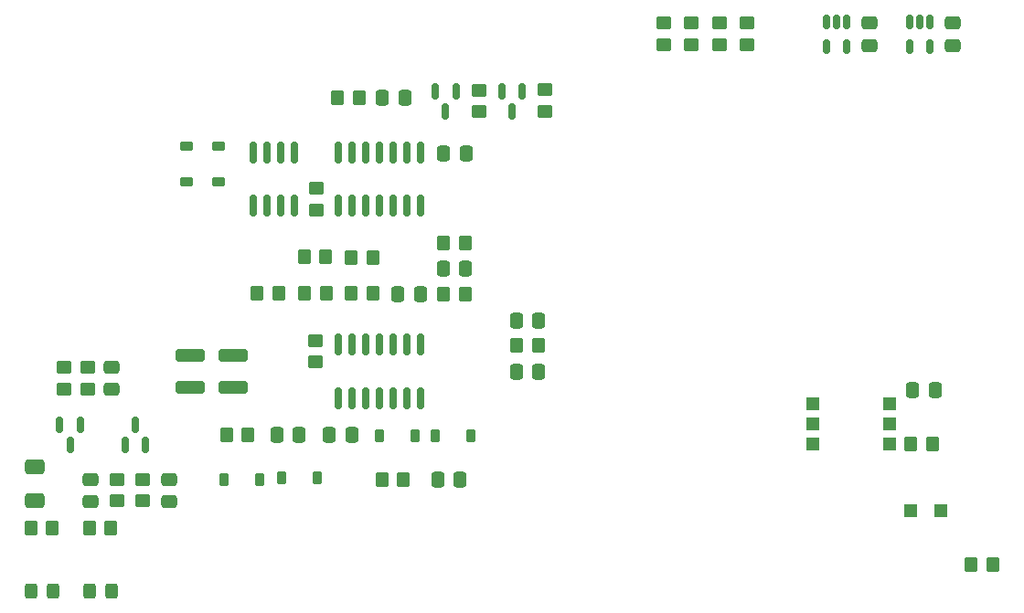
<source format=gbr>
%TF.GenerationSoftware,KiCad,Pcbnew,8.0.4*%
%TF.CreationDate,2024-10-06T11:56:08+02:00*%
%TF.ProjectId,ProbeBoardPublicV5,50726f62-6542-46f6-9172-645075626c69,5.1*%
%TF.SameCoordinates,Original*%
%TF.FileFunction,Paste,Top*%
%TF.FilePolarity,Positive*%
%FSLAX46Y46*%
G04 Gerber Fmt 4.6, Leading zero omitted, Abs format (unit mm)*
G04 Created by KiCad (PCBNEW 8.0.4) date 2024-10-06 11:56:08*
%MOMM*%
%LPD*%
G01*
G04 APERTURE LIST*
G04 Aperture macros list*
%AMRoundRect*
0 Rectangle with rounded corners*
0 $1 Rounding radius*
0 $2 $3 $4 $5 $6 $7 $8 $9 X,Y pos of 4 corners*
0 Add a 4 corners polygon primitive as box body*
4,1,4,$2,$3,$4,$5,$6,$7,$8,$9,$2,$3,0*
0 Add four circle primitives for the rounded corners*
1,1,$1+$1,$2,$3*
1,1,$1+$1,$4,$5*
1,1,$1+$1,$6,$7*
1,1,$1+$1,$8,$9*
0 Add four rect primitives between the rounded corners*
20,1,$1+$1,$2,$3,$4,$5,0*
20,1,$1+$1,$4,$5,$6,$7,0*
20,1,$1+$1,$6,$7,$8,$9,0*
20,1,$1+$1,$8,$9,$2,$3,0*%
G04 Aperture macros list end*
%ADD10RoundRect,0.250000X0.337500X0.475000X-0.337500X0.475000X-0.337500X-0.475000X0.337500X-0.475000X0*%
%ADD11RoundRect,0.150000X0.150000X-0.825000X0.150000X0.825000X-0.150000X0.825000X-0.150000X-0.825000X0*%
%ADD12RoundRect,0.250000X-0.350000X-0.450000X0.350000X-0.450000X0.350000X0.450000X-0.350000X0.450000X0*%
%ADD13RoundRect,0.150000X-0.150000X0.587500X-0.150000X-0.587500X0.150000X-0.587500X0.150000X0.587500X0*%
%ADD14RoundRect,0.250000X0.350000X0.450000X-0.350000X0.450000X-0.350000X-0.450000X0.350000X-0.450000X0*%
%ADD15RoundRect,0.250000X-0.337500X-0.475000X0.337500X-0.475000X0.337500X0.475000X-0.337500X0.475000X0*%
%ADD16RoundRect,0.250000X-0.450000X0.350000X-0.450000X-0.350000X0.450000X-0.350000X0.450000X0.350000X0*%
%ADD17RoundRect,0.150000X-0.150000X0.512500X-0.150000X-0.512500X0.150000X-0.512500X0.150000X0.512500X0*%
%ADD18RoundRect,0.150000X0.150000X-0.587500X0.150000X0.587500X-0.150000X0.587500X-0.150000X-0.587500X0*%
%ADD19RoundRect,0.250000X0.450000X-0.350000X0.450000X0.350000X-0.450000X0.350000X-0.450000X-0.350000X0*%
%ADD20R,1.270000X1.270000*%
%ADD21RoundRect,0.250000X-0.475000X0.337500X-0.475000X-0.337500X0.475000X-0.337500X0.475000X0.337500X0*%
%ADD22RoundRect,0.225000X0.375000X-0.225000X0.375000X0.225000X-0.375000X0.225000X-0.375000X-0.225000X0*%
%ADD23RoundRect,0.225000X-0.225000X-0.375000X0.225000X-0.375000X0.225000X0.375000X-0.225000X0.375000X0*%
%ADD24RoundRect,0.250000X-0.325000X-0.450000X0.325000X-0.450000X0.325000X0.450000X-0.325000X0.450000X0*%
%ADD25RoundRect,0.250000X-1.100000X0.325000X-1.100000X-0.325000X1.100000X-0.325000X1.100000X0.325000X0*%
%ADD26R,1.200000X1.200000*%
%ADD27RoundRect,0.250000X0.325000X0.450000X-0.325000X0.450000X-0.325000X-0.450000X0.325000X-0.450000X0*%
%ADD28RoundRect,0.250000X0.475000X-0.337500X0.475000X0.337500X-0.475000X0.337500X-0.475000X-0.337500X0*%
%ADD29RoundRect,0.250000X0.650000X-0.412500X0.650000X0.412500X-0.650000X0.412500X-0.650000X-0.412500X0*%
G04 APERTURE END LIST*
D10*
%TO.C,C60*%
X150362500Y-97600000D03*
X148287500Y-97600000D03*
%TD*%
D11*
%TO.C,U2*%
X138540000Y-91750000D03*
X139810000Y-91750000D03*
X141080000Y-91750000D03*
X142350000Y-91750000D03*
X143620000Y-91750000D03*
X144890000Y-91750000D03*
X146160000Y-91750000D03*
X146160000Y-86800000D03*
X144890000Y-86800000D03*
X143620000Y-86800000D03*
X142350000Y-86800000D03*
X141080000Y-86800000D03*
X139810000Y-86800000D03*
X138540000Y-86800000D03*
%TD*%
D12*
%TO.C,R27*%
X139771666Y-99875000D03*
X141771666Y-99875000D03*
%TD*%
D13*
%TO.C,Q1*%
X155583332Y-81162500D03*
X153683332Y-81162500D03*
X154633332Y-83037500D03*
%TD*%
D10*
%TO.C,C55*%
X157137500Y-107100000D03*
X155062500Y-107100000D03*
%TD*%
D14*
%TO.C,R22*%
X137400000Y-96500000D03*
X135400000Y-96500000D03*
%TD*%
%TO.C,R38*%
X157100000Y-104700000D03*
X155100000Y-104700000D03*
%TD*%
D15*
%TO.C,C71*%
X191762500Y-108800000D03*
X193837500Y-108800000D03*
%TD*%
D12*
%TO.C,R4*%
X110100000Y-121637500D03*
X112100000Y-121637500D03*
%TD*%
D15*
%TO.C,C58*%
X142662500Y-81700000D03*
X144737500Y-81700000D03*
%TD*%
D13*
%TO.C,Q2*%
X149450000Y-81162500D03*
X147550000Y-81162500D03*
X148500000Y-83037500D03*
%TD*%
D16*
%TO.C,R5*%
X120475000Y-117107500D03*
X120475000Y-119107500D03*
%TD*%
D14*
%TO.C,R39*%
X130200000Y-112975000D03*
X128200000Y-112975000D03*
%TD*%
D17*
%TO.C,U4*%
X193387500Y-74712500D03*
X192437500Y-74712500D03*
X191487500Y-74712500D03*
X191487500Y-76987500D03*
X193387500Y-76987500D03*
%TD*%
D18*
%TO.C,Q4*%
X118830000Y-113937500D03*
X120730000Y-113937500D03*
X119780000Y-112062500D03*
%TD*%
D19*
%TO.C,R14*%
X168700000Y-76800000D03*
X168700000Y-74800000D03*
%TD*%
D20*
%TO.C,TR2*%
X182505000Y-110145000D03*
X182505000Y-112000000D03*
X182505000Y-113855000D03*
X189615000Y-113855000D03*
X189615000Y-112000000D03*
X189615000Y-110145000D03*
%TD*%
D21*
%TO.C,C1*%
X122900000Y-117100000D03*
X122900000Y-119175000D03*
%TD*%
D10*
%TO.C,C59*%
X146150000Y-99905000D03*
X144075000Y-99905000D03*
%TD*%
D21*
%TO.C,C5*%
X195475000Y-74837500D03*
X195475000Y-76912500D03*
%TD*%
D16*
%TO.C,R10*%
X151566666Y-81030000D03*
X151566666Y-83030000D03*
%TD*%
D22*
%TO.C,CR3*%
X127445000Y-89550000D03*
X127445000Y-86250000D03*
%TD*%
D23*
%TO.C,CR5*%
X142395000Y-113050000D03*
X145695000Y-113050000D03*
%TD*%
D10*
%TO.C,C61*%
X134937500Y-113000000D03*
X132862500Y-113000000D03*
%TD*%
D14*
%TO.C,R56*%
X193600000Y-113800000D03*
X191600000Y-113800000D03*
%TD*%
D13*
%TO.C,Q5*%
X114670000Y-112062500D03*
X112770000Y-112062500D03*
X113720000Y-113937500D03*
%TD*%
D12*
%TO.C,R28*%
X148295000Y-95227500D03*
X150295000Y-95227500D03*
%TD*%
D17*
%TO.C,U6*%
X185675000Y-74712500D03*
X184725000Y-74712500D03*
X183775000Y-74712500D03*
X183775000Y-76987500D03*
X185675000Y-76987500D03*
%TD*%
D21*
%TO.C,C2*%
X115655000Y-117100000D03*
X115655000Y-119175000D03*
%TD*%
D14*
%TO.C,R30*%
X140500000Y-81700000D03*
X138500000Y-81700000D03*
%TD*%
D21*
%TO.C,C4*%
X187750000Y-74837500D03*
X187750000Y-76912500D03*
%TD*%
D24*
%TO.C,D3*%
X110120000Y-127441250D03*
X112170000Y-127441250D03*
%TD*%
D25*
%TO.C,C52*%
X128870000Y-105650000D03*
X128870000Y-108600000D03*
%TD*%
D16*
%TO.C,R24*%
X115355000Y-106725000D03*
X115355000Y-108725000D03*
%TD*%
D14*
%TO.C,R25*%
X141775000Y-96525000D03*
X139775000Y-96525000D03*
%TD*%
D10*
%TO.C,C62*%
X139837500Y-113000000D03*
X137762500Y-113000000D03*
%TD*%
D23*
%TO.C,CR7*%
X127950000Y-117100000D03*
X131250000Y-117100000D03*
%TD*%
D11*
%TO.C,U3*%
X138540000Y-109575000D03*
X139810000Y-109575000D03*
X141080000Y-109575000D03*
X142350000Y-109575000D03*
X143620000Y-109575000D03*
X144890000Y-109575000D03*
X146160000Y-109575000D03*
X146160000Y-104625000D03*
X144890000Y-104625000D03*
X143620000Y-104625000D03*
X142350000Y-104625000D03*
X141080000Y-104625000D03*
X139810000Y-104625000D03*
X138540000Y-104625000D03*
%TD*%
D26*
%TO.C,D1*%
X194400000Y-120000000D03*
X191600000Y-120000000D03*
%TD*%
D15*
%TO.C,C7*%
X155075000Y-102400000D03*
X157150000Y-102400000D03*
%TD*%
D12*
%TO.C,R52*%
X197200000Y-125000000D03*
X199200000Y-125000000D03*
%TD*%
D27*
%TO.C,D2*%
X117550000Y-127441250D03*
X115500000Y-127441250D03*
%TD*%
D10*
%TO.C,C53*%
X150392500Y-86900000D03*
X148317500Y-86900000D03*
%TD*%
D23*
%TO.C,CR13*%
X133350000Y-117000000D03*
X136650000Y-117000000D03*
%TD*%
D16*
%TO.C,R33*%
X136475000Y-104225000D03*
X136475000Y-106225000D03*
%TD*%
D22*
%TO.C,CR4*%
X124500000Y-89550000D03*
X124500000Y-86250000D03*
%TD*%
D19*
%TO.C,R15*%
X176400000Y-76800000D03*
X176400000Y-74800000D03*
%TD*%
D23*
%TO.C,CR6*%
X147520000Y-113050000D03*
X150820000Y-113050000D03*
%TD*%
D14*
%TO.C,R29*%
X150295000Y-99972500D03*
X148295000Y-99972500D03*
%TD*%
D11*
%TO.C,U1*%
X130720000Y-91750000D03*
X131990000Y-91750000D03*
X133260000Y-91750000D03*
X134530000Y-91750000D03*
X134530000Y-86800000D03*
X133260000Y-86800000D03*
X131990000Y-86800000D03*
X130720000Y-86800000D03*
%TD*%
D10*
%TO.C,C56*%
X149837500Y-117120000D03*
X147762500Y-117120000D03*
%TD*%
D28*
%TO.C,C54*%
X117600000Y-108792500D03*
X117600000Y-106717500D03*
%TD*%
D19*
%TO.C,R23*%
X113140000Y-108725000D03*
X113140000Y-106725000D03*
%TD*%
D25*
%TO.C,C51*%
X124870000Y-105650000D03*
X124870000Y-108600000D03*
%TD*%
D19*
%TO.C,R11*%
X157700000Y-83000000D03*
X157700000Y-81000000D03*
%TD*%
D14*
%TO.C,R41*%
X144600000Y-117150000D03*
X142600000Y-117150000D03*
%TD*%
D29*
%TO.C,F1*%
X110500000Y-119062500D03*
X110500000Y-115937500D03*
%TD*%
D16*
%TO.C,R6*%
X118080000Y-117107500D03*
X118080000Y-119107500D03*
%TD*%
D12*
%TO.C,R26*%
X131075000Y-99875000D03*
X133075000Y-99875000D03*
%TD*%
D14*
%TO.C,R31*%
X137460833Y-99875000D03*
X135460833Y-99875000D03*
%TD*%
D19*
%TO.C,R16*%
X173833332Y-76800000D03*
X173833332Y-74800000D03*
%TD*%
%TO.C,R13*%
X171266666Y-76800000D03*
X171266666Y-74800000D03*
%TD*%
D14*
%TO.C,R3*%
X117525000Y-121637500D03*
X115525000Y-121637500D03*
%TD*%
D19*
%TO.C,R32*%
X136550000Y-92125000D03*
X136550000Y-90125000D03*
%TD*%
M02*

</source>
